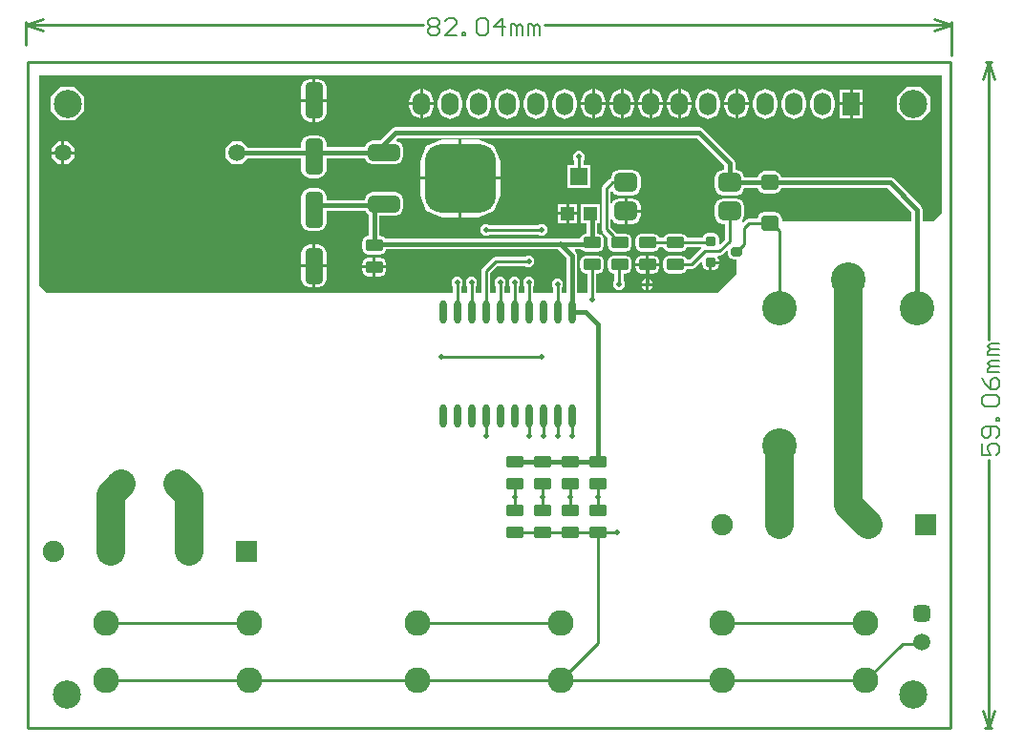
<source format=gtl>
G04*
G04 #@! TF.GenerationSoftware,Altium Limited,Altium Designer,21.3.2 (30)*
G04*
G04 Layer_Physical_Order=1*
G04 Layer_Color=255*
%FSTAX24Y24*%
%MOIN*%
G70*
G04*
G04 #@! TF.SameCoordinates,B3B2999D-E210-4126-8252-5E02B47327B5*
G04*
G04*
G04 #@! TF.FilePolarity,Positive*
G04*
G01*
G75*
%ADD16C,0.0100*%
%ADD21O,0.0236X0.0807*%
G04:AMPARAMS|DCode=22|XSize=63mil|YSize=41.3mil|CornerRadius=10.3mil|HoleSize=0mil|Usage=FLASHONLY|Rotation=0.000|XOffset=0mil|YOffset=0mil|HoleType=Round|Shape=RoundedRectangle|*
%AMROUNDEDRECTD22*
21,1,0.0630,0.0207,0,0,0.0*
21,1,0.0423,0.0413,0,0,0.0*
1,1,0.0207,0.0212,-0.0103*
1,1,0.0207,-0.0212,-0.0103*
1,1,0.0207,-0.0212,0.0103*
1,1,0.0207,0.0212,0.0103*
%
%ADD22ROUNDEDRECTD22*%
G04:AMPARAMS|DCode=23|XSize=240.2mil|YSize=248mil|CornerRadius=60mil|HoleSize=0mil|Usage=FLASHONLY|Rotation=90.000|XOffset=0mil|YOffset=0mil|HoleType=Round|Shape=RoundedRectangle|*
%AMROUNDEDRECTD23*
21,1,0.2402,0.1280,0,0,90.0*
21,1,0.1201,0.2480,0,0,90.0*
1,1,0.1201,0.0640,0.0600*
1,1,0.1201,0.0640,-0.0600*
1,1,0.1201,-0.0640,-0.0600*
1,1,0.1201,-0.0640,0.0600*
%
%ADD23ROUNDEDRECTD23*%
G04:AMPARAMS|DCode=24|XSize=59.1mil|YSize=110.2mil|CornerRadius=14.8mil|HoleSize=0mil|Usage=FLASHONLY|Rotation=90.000|XOffset=0mil|YOffset=0mil|HoleType=Round|Shape=RoundedRectangle|*
%AMROUNDEDRECTD24*
21,1,0.0591,0.0807,0,0,90.0*
21,1,0.0295,0.1102,0,0,90.0*
1,1,0.0295,0.0404,0.0148*
1,1,0.0295,0.0404,-0.0148*
1,1,0.0295,-0.0404,-0.0148*
1,1,0.0295,-0.0404,0.0148*
%
%ADD24ROUNDEDRECTD24*%
G04:AMPARAMS|DCode=25|XSize=78.7mil|YSize=67.3mil|CornerRadius=16.8mil|HoleSize=0mil|Usage=FLASHONLY|Rotation=0.000|XOffset=0mil|YOffset=0mil|HoleType=Round|Shape=RoundedRectangle|*
%AMROUNDEDRECTD25*
21,1,0.0787,0.0337,0,0,0.0*
21,1,0.0451,0.0673,0,0,0.0*
1,1,0.0337,0.0225,-0.0168*
1,1,0.0337,-0.0225,-0.0168*
1,1,0.0337,-0.0225,0.0168*
1,1,0.0337,0.0225,0.0168*
%
%ADD25ROUNDEDRECTD25*%
G04:AMPARAMS|DCode=26|XSize=31.5mil|YSize=39.4mil|CornerRadius=7.9mil|HoleSize=0mil|Usage=FLASHONLY|Rotation=90.000|XOffset=0mil|YOffset=0mil|HoleType=Round|Shape=RoundedRectangle|*
%AMROUNDEDRECTD26*
21,1,0.0315,0.0236,0,0,90.0*
21,1,0.0157,0.0394,0,0,90.0*
1,1,0.0157,0.0118,0.0079*
1,1,0.0157,0.0118,-0.0079*
1,1,0.0157,-0.0118,-0.0079*
1,1,0.0157,-0.0118,0.0079*
%
%ADD26ROUNDEDRECTD26*%
G04:AMPARAMS|DCode=27|XSize=31.5mil|YSize=35.4mil|CornerRadius=7.9mil|HoleSize=0mil|Usage=FLASHONLY|Rotation=90.000|XOffset=0mil|YOffset=0mil|HoleType=Round|Shape=RoundedRectangle|*
%AMROUNDEDRECTD27*
21,1,0.0315,0.0197,0,0,90.0*
21,1,0.0157,0.0354,0,0,90.0*
1,1,0.0157,0.0098,0.0079*
1,1,0.0157,0.0098,-0.0079*
1,1,0.0157,-0.0098,-0.0079*
1,1,0.0157,-0.0098,0.0079*
%
%ADD27ROUNDEDRECTD27*%
G04:AMPARAMS|DCode=28|XSize=55.1mil|YSize=63mil|CornerRadius=13.8mil|HoleSize=0mil|Usage=FLASHONLY|Rotation=90.000|XOffset=0mil|YOffset=0mil|HoleType=Round|Shape=RoundedRectangle|*
%AMROUNDEDRECTD28*
21,1,0.0551,0.0354,0,0,90.0*
21,1,0.0276,0.0630,0,0,90.0*
1,1,0.0276,0.0177,0.0138*
1,1,0.0276,0.0177,-0.0138*
1,1,0.0276,-0.0177,-0.0138*
1,1,0.0276,-0.0177,0.0138*
%
%ADD28ROUNDEDRECTD28*%
%ADD29R,0.0472X0.0472*%
%ADD30R,0.0630X0.0591*%
G04:AMPARAMS|DCode=31|XSize=126mil|YSize=63mil|CornerRadius=15.7mil|HoleSize=0mil|Usage=FLASHONLY|Rotation=270.000|XOffset=0mil|YOffset=0mil|HoleType=Round|Shape=RoundedRectangle|*
%AMROUNDEDRECTD31*
21,1,0.1260,0.0315,0,0,270.0*
21,1,0.0945,0.0630,0,0,270.0*
1,1,0.0315,-0.0157,-0.0472*
1,1,0.0315,-0.0157,0.0472*
1,1,0.0315,0.0157,0.0472*
1,1,0.0315,0.0157,-0.0472*
%
%ADD31ROUNDEDRECTD31*%
%ADD56C,0.0150*%
%ADD57C,0.1000*%
%ADD58C,0.0060*%
%ADD59C,0.0591*%
G04:AMPARAMS|DCode=60|XSize=59.1mil|YSize=59.1mil|CornerRadius=14.8mil|HoleSize=0mil|Usage=FLASHONLY|Rotation=270.000|XOffset=0mil|YOffset=0mil|HoleType=Round|Shape=RoundedRectangle|*
%AMROUNDEDRECTD60*
21,1,0.0591,0.0295,0,0,270.0*
21,1,0.0295,0.0591,0,0,270.0*
1,1,0.0295,-0.0148,-0.0148*
1,1,0.0295,-0.0148,0.0148*
1,1,0.0295,0.0148,0.0148*
1,1,0.0295,0.0148,-0.0148*
%
%ADD60ROUNDEDRECTD60*%
%ADD61C,0.0748*%
%ADD62R,0.0748X0.0748*%
%ADD63R,0.0594X0.0594*%
%ADD64C,0.0594*%
%ADD65C,0.0984*%
%ADD66O,0.0600X0.0800*%
%ADD67R,0.0600X0.0800*%
%ADD68C,0.0900*%
%ADD69C,0.1200*%
%ADD70C,0.0197*%
G36*
X05655Y0383D02*
X05625Y038D01*
X055889D01*
Y0384D01*
X055834Y038534D01*
X054884Y039484D01*
X05475Y039539D01*
X050963D01*
X050909Y03967D01*
X050727Y039745D01*
X050373D01*
X050191Y03967D01*
X050137Y039539D01*
X049668D01*
X049592Y039724D01*
X049386Y039809D01*
X04935D01*
Y040039D01*
X049295Y040173D01*
X048234Y041234D01*
X0481Y041289D01*
X0375D01*
X037366Y041234D01*
X036959Y040826D01*
X036953Y040813D01*
X036694D01*
X036505Y040735D01*
X036444Y040587D01*
X035086D01*
Y040722D01*
X035005Y04092D01*
X034807Y041001D01*
X034493D01*
X034295Y04092D01*
X034214Y040722D01*
Y040577D01*
X032331D01*
X032124Y040784D01*
X031795D01*
X031563Y040552D01*
Y040223D01*
X031795Y039991D01*
X032124D01*
X032331Y040198D01*
X034214D01*
Y039778D01*
X034295Y03958D01*
X034493Y039499D01*
X034807D01*
X035005Y03958D01*
X035086Y039778D01*
Y040208D01*
X036444D01*
X036505Y04006D01*
X036694Y039982D01*
X037502D01*
X037691Y04006D01*
X03777Y04025D01*
Y040545D01*
X037691Y040735D01*
X037537Y040799D01*
X037525Y040858D01*
X037578Y040911D01*
X048022D01*
X048972Y039961D01*
Y039809D01*
X048936D01*
X04873Y039724D01*
X048645Y039518D01*
Y039182D01*
X04873Y038976D01*
X048936Y038891D01*
X049386D01*
X049592Y038976D01*
X049668Y039161D01*
X050137D01*
X050191Y03903D01*
X050373Y038955D01*
X050727D01*
X050909Y03903D01*
X050963Y039161D01*
X054672D01*
X055511Y038322D01*
Y038D01*
X050985D01*
Y03807D01*
X050909Y038252D01*
X050727Y038328D01*
X050373D01*
X050191Y038252D01*
X050126Y038095D01*
X049833D01*
X049718Y038047D01*
X049645Y037975D01*
X049603Y038003D01*
X049677Y038182D01*
Y038518D01*
X049592Y038724D01*
X049386Y038809D01*
X048936D01*
X04873Y038724D01*
X048645Y038518D01*
Y038182D01*
X04873Y037976D01*
X048936Y037891D01*
X048999D01*
Y037378D01*
X04883Y03721D01*
X048788Y037238D01*
Y037387D01*
X048731Y037524D01*
X048595Y03758D01*
X048398D01*
X048261Y037524D01*
X048222Y037429D01*
X04765D01*
X047617Y037509D01*
X047462Y037573D01*
X047038D01*
X046883Y037509D01*
X046843Y037412D01*
X046691D01*
X046651Y037509D01*
X046495Y037573D01*
X046072D01*
X045916Y037509D01*
X045852Y037353D01*
Y037147D01*
X045916Y036991D01*
X046072Y036927D01*
X046495D01*
X046651Y036991D01*
X046691Y037088D01*
X046843D01*
X046883Y036991D01*
X047038Y036927D01*
X047462D01*
X047617Y036991D01*
X047664Y037105D01*
X04816D01*
X048161Y037102D01*
X048175Y037055D01*
X047765Y036645D01*
X047657D01*
X047617Y036741D01*
X047462Y036806D01*
X047038D01*
X046883Y036741D01*
X046818Y036586D01*
Y036379D01*
X046883Y036223D01*
X047038Y036159D01*
X047462D01*
X047617Y036223D01*
X047657Y03632D01*
X047832D01*
X047947Y036367D01*
X048158Y036579D01*
X048204Y036559D01*
Y036481D01*
X048261Y036344D01*
X048398Y036288D01*
X048446D01*
Y03656D01*
X048496D01*
Y03661D01*
X048788D01*
Y036639D01*
X048747Y036738D01*
X048781Y036788D01*
X0488D01*
X048915Y036835D01*
X049044Y036964D01*
X04909Y036945D01*
Y036855D01*
X049147Y036719D01*
X049284Y036662D01*
X0494D01*
Y03615D01*
X04875Y0355D01*
X044512D01*
Y036159D01*
X044562D01*
X044717Y036223D01*
X044782Y036379D01*
Y036586D01*
X044717Y036741D01*
X044562Y036806D01*
X044138D01*
X043983Y036741D01*
X043918Y036586D01*
Y036379D01*
X043983Y036223D01*
X044138Y036159D01*
X044188D01*
Y0355D01*
X043839D01*
Y036809D01*
X043784Y036943D01*
X043753Y036973D01*
X043773Y037019D01*
X043971D01*
X043983Y036991D01*
X044138Y036927D01*
X044562D01*
X044717Y036991D01*
X044782Y037147D01*
Y037353D01*
X044717Y037509D01*
X044562Y037573D01*
X044539D01*
Y037934D01*
X04463D01*
Y038607D01*
X043957D01*
Y037934D01*
X044161D01*
Y037573D01*
X044138D01*
X043983Y037509D01*
X043937Y037398D01*
X043332D01*
X043332Y037398D01*
X043168D01*
X043168Y037398D01*
X037129D01*
X037117Y037427D01*
X036962Y037491D01*
X036939D01*
Y038187D01*
X037502D01*
X037691Y038265D01*
X03777Y038455D01*
Y03875D01*
X037691Y03894D01*
X037502Y039018D01*
X036694D01*
X036505Y03894D01*
X036426Y03875D01*
Y038739D01*
X035086D01*
Y038875D01*
X035005Y039072D01*
X034807Y039153D01*
X034493D01*
X034295Y039072D01*
X034214Y038875D01*
Y03793D01*
X034295Y037733D01*
X034493Y037651D01*
X034807D01*
X035005Y037733D01*
X035086Y03793D01*
Y038361D01*
X036465D01*
X036505Y038265D01*
X036561Y038242D01*
Y037491D01*
X036538D01*
X036383Y037427D01*
X036318Y037271D01*
Y037064D01*
X036383Y036909D01*
X036538Y036844D01*
X036962D01*
X037117Y036909D01*
X037163Y037019D01*
X04315D01*
X043168Y037002D01*
X043189D01*
X043461Y03673D01*
Y0355D01*
X043312D01*
Y035682D01*
X043348Y035718D01*
Y035882D01*
X043232Y035998D01*
X043068D01*
X042952Y035882D01*
Y035718D01*
X042988Y035682D01*
Y0355D01*
X042312D01*
Y035732D01*
X042348Y035768D01*
Y035932D01*
X042232Y036048D01*
X042068D01*
X041952Y035932D01*
Y035768D01*
X041988Y035732D01*
Y0355D01*
X041812D01*
Y035732D01*
X041848Y035768D01*
Y035932D01*
X041732Y036048D01*
X041568D01*
X041452Y035932D01*
Y035768D01*
X041488Y035732D01*
Y0355D01*
X041312D01*
Y035732D01*
X041348Y035768D01*
Y035932D01*
X041232Y036048D01*
X041068D01*
X040952Y035932D01*
Y035768D01*
X040988Y035732D01*
Y0355D01*
X040812D01*
Y036183D01*
X041067Y036438D01*
X042032D01*
X042068Y036402D01*
X042232D01*
X042348Y036518D01*
Y036682D01*
X042232Y036798D01*
X042068D01*
X042032Y036762D01*
X041D01*
X040885Y036715D01*
X040535Y036365D01*
X040488Y03625D01*
Y0355D01*
X040312D01*
Y035732D01*
X040348Y035768D01*
Y035932D01*
X040232Y036048D01*
X040068D01*
X039952Y035932D01*
Y035768D01*
X039988Y035732D01*
Y0355D01*
X039812D01*
Y035732D01*
X039848Y035768D01*
Y035932D01*
X039732Y036048D01*
X039568D01*
X039452Y035932D01*
Y035768D01*
X039488Y035732D01*
Y0355D01*
X0253D01*
X02505Y03575D01*
Y0431D01*
X05655D01*
Y0383D01*
D02*
G37*
%LPC*%
G36*
X034807Y04297D02*
X0347D01*
Y042269D01*
X035086D01*
Y042691D01*
X035005Y042888D01*
X034807Y04297D01*
D02*
G37*
G36*
X0346D02*
X034493D01*
X034295Y042888D01*
X034214Y042691D01*
Y042269D01*
X0346D01*
Y04297D01*
D02*
G37*
G36*
X045462Y042617D02*
Y042155D01*
X045845D01*
Y042205D01*
X045718Y042511D01*
X045462Y042617D01*
D02*
G37*
G36*
X047462D02*
Y042155D01*
X047845D01*
Y042205D01*
X047718Y042511D01*
X047462Y042617D01*
D02*
G37*
G36*
X053812Y042605D02*
X053462D01*
Y042155D01*
X053812D01*
Y042605D01*
D02*
G37*
G36*
X049462Y042617D02*
Y042155D01*
X049845D01*
Y042205D01*
X049718Y042511D01*
X049462Y042617D01*
D02*
G37*
G36*
X044462D02*
Y042155D01*
X044845D01*
Y042205D01*
X044718Y042511D01*
X044462Y042617D01*
D02*
G37*
G36*
X046462D02*
Y042155D01*
X046845D01*
Y042205D01*
X046718Y042511D01*
X046462Y042617D01*
D02*
G37*
G36*
X038462D02*
Y042155D01*
X038845D01*
Y042205D01*
X038718Y042511D01*
X038462Y042617D01*
D02*
G37*
G36*
X053362Y042605D02*
X053012D01*
Y042155D01*
X053362D01*
Y042605D01*
D02*
G37*
G36*
X045362Y042617D02*
X045106Y042511D01*
X044979Y042205D01*
Y042155D01*
X045362D01*
Y042617D01*
D02*
G37*
G36*
X047362D02*
X047106Y042511D01*
X046979Y042205D01*
Y042155D01*
X047362D01*
Y042617D01*
D02*
G37*
G36*
X044362D02*
X044106Y042511D01*
X043979Y042205D01*
Y042155D01*
X044362D01*
Y042617D01*
D02*
G37*
G36*
X049362D02*
X049106Y042511D01*
X048979Y042205D01*
Y042155D01*
X049362D01*
Y042617D01*
D02*
G37*
G36*
X046362D02*
X046106Y042511D01*
X045979Y042205D01*
Y042155D01*
X046362D01*
Y042617D01*
D02*
G37*
G36*
X038362D02*
X038106Y042511D01*
X037979Y042205D01*
Y042155D01*
X038362D01*
Y042617D01*
D02*
G37*
G36*
X053812Y042055D02*
X053462D01*
Y041605D01*
X053812D01*
Y042055D01*
D02*
G37*
G36*
X053362D02*
X053012D01*
Y041605D01*
X053362D01*
Y042055D01*
D02*
G37*
G36*
X049362D02*
X048979D01*
Y042005D01*
X049106Y041699D01*
X049362Y041592D01*
Y042055D01*
D02*
G37*
G36*
X047362D02*
X046979D01*
Y042005D01*
X047106Y041699D01*
X047362Y041592D01*
Y042055D01*
D02*
G37*
G36*
X046362D02*
X045979D01*
Y042005D01*
X046106Y041699D01*
X046362Y041592D01*
Y042055D01*
D02*
G37*
G36*
X045362D02*
X044979D01*
Y042005D01*
X045106Y041699D01*
X045362Y041592D01*
Y042055D01*
D02*
G37*
G36*
X044362D02*
X043979D01*
Y042005D01*
X044106Y041699D01*
X044362Y041592D01*
Y042055D01*
D02*
G37*
G36*
X038362D02*
X037979D01*
Y042005D01*
X038106Y041699D01*
X038362Y041592D01*
Y042055D01*
D02*
G37*
G36*
X049845D02*
X049462D01*
Y041592D01*
X049718Y041699D01*
X049845Y042005D01*
Y042055D01*
D02*
G37*
G36*
X047845D02*
X047462D01*
Y041592D01*
X047718Y041699D01*
X047845Y042005D01*
Y042055D01*
D02*
G37*
G36*
X046845D02*
X046462D01*
Y041592D01*
X046718Y041699D01*
X046845Y042005D01*
Y042055D01*
D02*
G37*
G36*
X045845D02*
X045462D01*
Y041592D01*
X045718Y041699D01*
X045845Y042005D01*
Y042055D01*
D02*
G37*
G36*
X044845D02*
X044462D01*
Y041592D01*
X044718Y041699D01*
X044845Y042005D01*
Y042055D01*
D02*
G37*
G36*
X038845D02*
X038462D01*
Y041592D01*
X038718Y041699D01*
X038845Y042005D01*
Y042055D01*
D02*
G37*
G36*
X052412Y042638D02*
X052106Y042511D01*
X051979Y042205D01*
Y042005D01*
X052106Y041699D01*
X052412Y041572D01*
X052718Y041699D01*
X052845Y042005D01*
Y042205D01*
X052718Y042511D01*
X052412Y042638D01*
D02*
G37*
G36*
X051412D02*
X051106Y042511D01*
X050979Y042205D01*
Y042005D01*
X051106Y041699D01*
X051412Y041572D01*
X051718Y041699D01*
X051845Y042005D01*
Y042205D01*
X051718Y042511D01*
X051412Y042638D01*
D02*
G37*
G36*
X050412D02*
X050106Y042511D01*
X049979Y042205D01*
Y042005D01*
X050106Y041699D01*
X050412Y041572D01*
X050718Y041699D01*
X050845Y042005D01*
Y042205D01*
X050718Y042511D01*
X050412Y042638D01*
D02*
G37*
G36*
X048412D02*
X048106Y042511D01*
X047979Y042205D01*
Y042005D01*
X048106Y041699D01*
X048412Y041572D01*
X048718Y041699D01*
X048845Y042005D01*
Y042205D01*
X048718Y042511D01*
X048412Y042638D01*
D02*
G37*
G36*
X043412D02*
X043106Y042511D01*
X042979Y042205D01*
Y042005D01*
X043106Y041699D01*
X043412Y041572D01*
X043718Y041699D01*
X043845Y042005D01*
Y042205D01*
X043718Y042511D01*
X043412Y042638D01*
D02*
G37*
G36*
X042412D02*
X042106Y042511D01*
X041979Y042205D01*
Y042005D01*
X042106Y041699D01*
X042412Y041572D01*
X042718Y041699D01*
X042845Y042005D01*
Y042205D01*
X042718Y042511D01*
X042412Y042638D01*
D02*
G37*
G36*
X041412D02*
X041106Y042511D01*
X040979Y042205D01*
Y042005D01*
X041106Y041699D01*
X041412Y041572D01*
X041718Y041699D01*
X041845Y042005D01*
Y042205D01*
X041718Y042511D01*
X041412Y042638D01*
D02*
G37*
G36*
X040412D02*
X040106Y042511D01*
X039979Y042205D01*
Y042005D01*
X040106Y041699D01*
X040412Y041572D01*
X040718Y041699D01*
X040845Y042005D01*
Y042205D01*
X040718Y042511D01*
X040412Y042638D01*
D02*
G37*
G36*
X039412D02*
X039106Y042511D01*
X038979Y042205D01*
Y042005D01*
X039106Y041699D01*
X039412Y041572D01*
X039718Y041699D01*
X039845Y042005D01*
Y042205D01*
X039718Y042511D01*
X039412Y042638D01*
D02*
G37*
G36*
X055823Y042697D02*
X055332D01*
X054985Y04235D01*
Y041859D01*
X055332Y041513D01*
X055823D01*
X05617Y041859D01*
Y04235D01*
X055823Y042697D01*
D02*
G37*
G36*
X026295D02*
X025805D01*
X025458Y04235D01*
Y041859D01*
X025805Y041513D01*
X026295D01*
X026642Y041859D01*
Y04235D01*
X026295Y042697D01*
D02*
G37*
G36*
X035086Y042168D02*
X0347D01*
Y041467D01*
X034807D01*
X035005Y041549D01*
X035086Y041746D01*
Y042168D01*
D02*
G37*
G36*
X0346D02*
X034214D01*
Y041746D01*
X034295Y041549D01*
X034493Y041467D01*
X0346D01*
Y042168D01*
D02*
G37*
G36*
X026061Y040784D02*
X025946D01*
Y040437D01*
X026293D01*
Y040552D01*
X026061Y040784D01*
D02*
G37*
G36*
X025846D02*
X025732D01*
X0255Y040552D01*
Y040437D01*
X025846D01*
Y040784D01*
D02*
G37*
G36*
X026293Y040337D02*
X025946D01*
Y039991D01*
X026061D01*
X026293Y040223D01*
Y040337D01*
D02*
G37*
G36*
X025846D02*
X0255D01*
Y040223D01*
X025732Y039991D01*
X025846D01*
Y040337D01*
D02*
G37*
G36*
X040395Y040858D02*
X039806D01*
Y03955D01*
X041153D01*
Y0401D01*
X040931Y040636D01*
X040395Y040858D01*
D02*
G37*
G36*
X039706D02*
X039116D01*
X03858Y040636D01*
X038358Y0401D01*
Y03955D01*
X039706D01*
Y040858D01*
D02*
G37*
G36*
X043982Y040448D02*
X043818D01*
X043702Y040332D01*
Y040168D01*
X043738Y040132D01*
Y039945D01*
X043485D01*
Y039155D01*
X044315D01*
Y039945D01*
X044062D01*
Y040132D01*
X044098Y040168D01*
Y040332D01*
X043982Y040448D01*
D02*
G37*
G36*
X045764Y039809D02*
X045314D01*
X045108Y039724D01*
X045023Y039518D01*
Y039498D01*
X044944Y039465D01*
X044735Y039256D01*
X044688Y039141D01*
Y037717D01*
X044735Y037602D01*
X044914Y037423D01*
X044885Y037353D01*
Y037147D01*
X044949Y036991D01*
X045105Y036927D01*
X045528D01*
X045684Y036991D01*
X045748Y037147D01*
Y037353D01*
X045684Y037509D01*
X045528Y037573D01*
X045209D01*
X045199Y037597D01*
X045012Y037784D01*
Y038077D01*
X045062Y038087D01*
X045108Y037976D01*
X045314Y037891D01*
X045489D01*
Y03835D01*
Y038809D01*
X045314D01*
X045108Y038724D01*
X045062Y038613D01*
X045012Y038623D01*
Y039032D01*
X045026Y039043D01*
X045087Y039028D01*
X045108Y038976D01*
X045314Y038891D01*
X045764D01*
X04597Y038976D01*
X046055Y039182D01*
Y039518D01*
X04597Y039724D01*
X045764Y039809D01*
D02*
G37*
G36*
Y038809D02*
X045589D01*
Y0384D01*
X046055D01*
Y038518D01*
X04597Y038724D01*
X045764Y038809D01*
D02*
G37*
G36*
X043843Y038607D02*
X043556D01*
Y03832D01*
X043843D01*
Y038607D01*
D02*
G37*
G36*
X043456D02*
X04317D01*
Y03832D01*
X043456D01*
Y038607D01*
D02*
G37*
G36*
X041153Y03945D02*
X039806D01*
Y038142D01*
X040395D01*
X040931Y038364D01*
X041153Y0389D01*
Y03945D01*
D02*
G37*
G36*
X039706D02*
X038358D01*
Y0389D01*
X03858Y038364D01*
X039116Y038142D01*
X039706D01*
Y03945D01*
D02*
G37*
G36*
X043843Y03822D02*
X043556D01*
Y037934D01*
X043843D01*
Y03822D01*
D02*
G37*
G36*
X043456D02*
X04317D01*
Y037934D01*
X043456D01*
Y03822D01*
D02*
G37*
G36*
X046055Y0383D02*
X045589D01*
Y037891D01*
X045764D01*
X04597Y037976D01*
X046055Y038182D01*
Y0383D01*
D02*
G37*
G36*
X042682Y037898D02*
X042518D01*
X042482Y037862D01*
X040768D01*
X040732Y037898D01*
X040568D01*
X040452Y037782D01*
Y037618D01*
X040568Y037502D01*
X040732D01*
X040768Y037538D01*
X042482D01*
X042518Y037502D01*
X042682D01*
X042798Y037618D01*
Y037782D01*
X042682Y037898D01*
D02*
G37*
G36*
X046495Y036806D02*
X046333D01*
Y036532D01*
X046715D01*
Y036586D01*
X046651Y036741D01*
X046495Y036806D01*
D02*
G37*
G36*
X046233D02*
X046072D01*
X045916Y036741D01*
X045852Y036586D01*
Y036532D01*
X046233D01*
Y036806D01*
D02*
G37*
G36*
X034807Y037185D02*
X0347D01*
Y036484D01*
X035086D01*
Y036906D01*
X035005Y037103D01*
X034807Y037185D01*
D02*
G37*
G36*
X0346D02*
X034493D01*
X034295Y037103D01*
X034214Y036906D01*
Y036484D01*
X0346D01*
Y037185D01*
D02*
G37*
G36*
X036962Y036723D02*
X0368D01*
Y03645D01*
X037182D01*
Y036503D01*
X037117Y036659D01*
X036962Y036723D01*
D02*
G37*
G36*
X0367D02*
X036538D01*
X036383Y036659D01*
X036318Y036503D01*
Y03645D01*
X0367D01*
Y036723D01*
D02*
G37*
G36*
X048788Y03651D02*
X048546D01*
Y036288D01*
X048595D01*
X048731Y036344D01*
X048788Y036481D01*
Y03651D01*
D02*
G37*
G36*
X046715Y036432D02*
X046333D01*
Y036159D01*
X046495D01*
X046651Y036223D01*
X046715Y036379D01*
Y036432D01*
D02*
G37*
G36*
X046233D02*
X045852D01*
Y036379D01*
X045916Y036223D01*
X046072Y036159D01*
X046233D01*
Y036432D01*
D02*
G37*
G36*
X037182Y03635D02*
X0368D01*
Y036077D01*
X036962D01*
X037117Y036141D01*
X037182Y036297D01*
Y03635D01*
D02*
G37*
G36*
X0367D02*
X036318D01*
Y036297D01*
X036383Y036141D01*
X036538Y036077D01*
X0367D01*
Y03635D01*
D02*
G37*
G36*
X046366Y035982D02*
X046333D01*
Y035833D01*
X046482D01*
Y035866D01*
X046366Y035982D01*
D02*
G37*
G36*
X046233D02*
X046201D01*
X046085Y035866D01*
Y035833D01*
X046233D01*
Y035982D01*
D02*
G37*
G36*
X035086Y036384D02*
X0347D01*
Y035683D01*
X034807D01*
X035005Y035764D01*
X035086Y035961D01*
Y036384D01*
D02*
G37*
G36*
X0346D02*
X034214D01*
Y035961D01*
X034295Y035764D01*
X034493Y035683D01*
X0346D01*
Y036384D01*
D02*
G37*
G36*
X045528Y036806D02*
X045105D01*
X044949Y036741D01*
X044885Y036586D01*
Y036379D01*
X044949Y036223D01*
X045105Y036159D01*
X045138D01*
Y035918D01*
X045102Y035882D01*
Y035718D01*
X045218Y035602D01*
X045382D01*
X045498Y035718D01*
Y035882D01*
X045462Y035918D01*
Y036159D01*
X045528D01*
X045684Y036223D01*
X045748Y036379D01*
Y036586D01*
X045684Y036741D01*
X045528Y036806D01*
D02*
G37*
G36*
X046482Y035733D02*
X046333D01*
Y035585D01*
X046366D01*
X046482Y035701D01*
Y035733D01*
D02*
G37*
G36*
X046233D02*
X046085D01*
Y035701D01*
X046201Y035585D01*
X046233D01*
Y035733D01*
D02*
G37*
%LPD*%
D16*
X02465Y0203D02*
X05685D01*
X02465Y04355D02*
X05685D01*
Y0203D02*
Y04355D01*
X02465Y0203D02*
Y04355D01*
X0489Y02195D02*
X0539D01*
X043263D02*
X0489D01*
X038263D02*
X043263D01*
X0324D02*
X038263D01*
X0274D02*
X0324D01*
X055188Y023238D02*
X055788D01*
X0539Y02195D02*
X055188Y023238D01*
X055788D02*
X05585Y0233D01*
X046283Y035783D02*
Y036482D01*
X044567Y027116D02*
X045216D01*
X04165Y027884D02*
Y02835D01*
Y028816D01*
X04215Y0305D02*
Y0312D01*
X04265Y0305D02*
Y0312D01*
X04065Y0305D02*
Y0312D01*
X0391Y03325D02*
X0426D01*
X04365Y0305D02*
Y0312D01*
X04485Y037717D02*
Y039141D01*
X045059Y03935D02*
X045539D01*
X04485Y039141D02*
X045059Y03935D01*
X043263Y02195D02*
X044567Y023254D01*
Y027116D01*
X04065Y0377D02*
X0426D01*
X04215Y034822D02*
Y03585D01*
X04315Y034822D02*
Y0358D01*
X04165Y034822D02*
Y03585D01*
X041Y0366D02*
X04215D01*
X04315Y0305D02*
Y0312D01*
X0439Y03955D02*
Y04025D01*
X04065Y03625D02*
X041Y0366D01*
X04065Y034822D02*
Y03625D01*
X04115Y034822D02*
Y03585D01*
X03965Y034822D02*
Y03585D01*
X0453Y0358D02*
Y036466D01*
X04435Y03525D02*
Y036482D01*
X0453Y036466D02*
X045317Y036482D01*
X050616Y037933D02*
X0509Y037648D01*
X049833Y037933D02*
X050616D01*
X0509Y03495D02*
Y037648D01*
X04015Y034822D02*
Y03585D01*
X047832Y036482D02*
X0483Y03695D01*
X04725Y036482D02*
X047832D01*
X0483Y03695D02*
X0488D01*
X04965Y03775D02*
X049833Y037933D01*
X04965Y037182D02*
Y03775D01*
X049524Y037032D02*
X049531Y037039D01*
Y037063D01*
X0495Y037032D02*
X049524D01*
X049531Y037063D02*
X04965Y037182D01*
X0488Y03695D02*
X049161Y037311D01*
Y03835D01*
X049402Y036934D02*
X0495Y037032D01*
X048455Y037267D02*
X048496Y037308D01*
X047267Y037267D02*
X048455D01*
X04725Y03725D02*
X047267Y037267D01*
X046283Y03725D02*
X04725D01*
X045085Y037403D02*
X045237Y03725D01*
X04485Y037717D02*
X045085Y037482D01*
X045237Y03725D02*
X045317D01*
X045085Y037403D02*
Y037482D01*
X044567Y02835D02*
Y028816D01*
Y027884D02*
Y02835D01*
X043594D02*
Y028816D01*
Y027884D02*
Y02835D01*
X042619D02*
Y028813D01*
Y027887D02*
Y02835D01*
Y028813D02*
X042622Y028816D01*
X042617Y027884D02*
X042619Y027887D01*
X043594Y027116D02*
X044567D01*
X042617D02*
X043594D01*
X04165D02*
X042617D01*
X038263Y02395D02*
X043263D01*
X0489D02*
X0539D01*
X0274D02*
X0324D01*
X0582Y04355D02*
X0584Y04295D01*
X058D02*
X0582Y04355D01*
X058Y0209D02*
X0582Y0203D01*
X0584Y0209D01*
X0582Y033874D02*
Y04355D01*
Y0203D02*
Y029656D01*
X0581Y04355D02*
X0583D01*
X05805Y0203D02*
X0583D01*
X0246Y04485D02*
X0252Y04505D01*
X0246Y04485D02*
X0252Y04465D01*
X0563D02*
X0569Y04485D01*
X0563Y04505D02*
X0569Y04485D01*
X0246D02*
X038481D01*
X042699D02*
X0569D01*
X0246Y04415D02*
Y04495D01*
X0569Y0438D02*
Y04495D01*
D21*
X03915Y0312D02*
D03*
X03965D02*
D03*
X04015D02*
D03*
X04065D02*
D03*
X04115D02*
D03*
X04165D02*
D03*
X04215D02*
D03*
X04265D02*
D03*
X04315D02*
D03*
X04365D02*
D03*
X03915Y034822D02*
D03*
X03965D02*
D03*
X04015D02*
D03*
X04065D02*
D03*
X04115D02*
D03*
X04165D02*
D03*
X04215D02*
D03*
X04265D02*
D03*
X04315D02*
D03*
X04365D02*
D03*
D22*
X042617Y027116D02*
D03*
Y027884D02*
D03*
X044567Y027116D02*
D03*
Y027884D02*
D03*
X043594Y027116D02*
D03*
Y027884D02*
D03*
X042622Y029584D02*
D03*
Y028816D02*
D03*
X044567Y029584D02*
D03*
Y028816D02*
D03*
X043594Y029584D02*
D03*
Y028816D02*
D03*
X04165Y029584D02*
D03*
Y028816D02*
D03*
X045317Y03725D02*
D03*
Y036482D02*
D03*
X046283D02*
D03*
Y03725D02*
D03*
X04725Y036482D02*
D03*
Y03725D02*
D03*
X04435Y036482D02*
D03*
Y03725D02*
D03*
X04165Y027116D02*
D03*
Y027884D02*
D03*
X03675Y0364D02*
D03*
Y037168D02*
D03*
D23*
X039756Y0395D02*
D03*
D24*
X037098Y038602D02*
D03*
Y040398D02*
D03*
D25*
X049161Y03835D02*
D03*
Y03935D02*
D03*
X045539Y03835D02*
D03*
Y03935D02*
D03*
D26*
X049402Y036934D02*
D03*
D27*
X048496Y037308D02*
D03*
Y03656D02*
D03*
D28*
X05055Y037933D02*
D03*
Y03935D02*
D03*
D29*
X043506Y03827D02*
D03*
X044294D02*
D03*
D30*
X0439Y03955D02*
D03*
D31*
X03465Y038402D02*
D03*
Y036434D02*
D03*
Y04025D02*
D03*
Y042218D02*
D03*
D56*
X036791Y037209D02*
X044209D01*
X043254Y037204D02*
X04365Y036809D01*
X049161Y03935D02*
Y040039D01*
X05055Y03935D02*
X05475D01*
X0481Y0411D02*
X049161Y040039D01*
X049104Y03935D02*
X05055D01*
X0375Y0411D02*
X0481D01*
X037093Y040693D02*
X0375Y0411D01*
X037093Y040398D02*
Y040693D01*
Y040398D02*
X037098D01*
X034523D02*
X037093D01*
X034513Y040387D02*
X034523Y040398D01*
X036965Y038602D02*
X037098D01*
X03675Y038388D02*
X036965Y038602D01*
X03675Y037168D02*
Y038388D01*
X044209Y037209D02*
X04435Y03735D01*
X034798Y03855D02*
X037046D01*
X03465Y038402D02*
X034798Y03855D01*
X037046D02*
X037098Y038602D01*
X03675Y037168D02*
X036791Y037209D01*
X0557Y03495D02*
Y0384D01*
X05475Y03935D02*
X0557Y0384D01*
X044567Y029584D02*
Y034383D01*
X044128Y034822D02*
X044567Y034383D01*
X04365Y034822D02*
X044128D01*
X04365D02*
Y036809D01*
X04435Y03735D02*
Y038214D01*
X044294Y03827D02*
X04435Y038214D01*
X043594Y029584D02*
X044567D01*
X042622D02*
X043594D01*
X04165D02*
X042622D01*
X031959Y040387D02*
X034513D01*
D57*
X0533Y0281D02*
X054Y0274D01*
X0533Y0281D02*
Y03595D01*
X0509Y0274D02*
Y03015D01*
X029912Y028813D02*
X0303Y028425D01*
Y02645D02*
Y028425D01*
X02755Y02645D02*
Y028419D01*
X027944Y028813D01*
D58*
X05796Y030215D02*
Y029816D01*
X05826D01*
X05816Y030016D01*
Y030116D01*
X05826Y030215D01*
X05846D01*
X05856Y030116D01*
Y029916D01*
X05846Y029816D01*
Y030415D02*
X05856Y030515D01*
Y030715D01*
X05846Y030815D01*
X05806D01*
X05796Y030715D01*
Y030515D01*
X05806Y030415D01*
X05816D01*
X05826Y030515D01*
Y030815D01*
X05856Y031015D02*
X05846D01*
Y031115D01*
X05856D01*
Y031015D01*
X05806Y031515D02*
X05796Y031615D01*
Y031815D01*
X05806Y031915D01*
X05846D01*
X05856Y031815D01*
Y031615D01*
X05846Y031515D01*
X05806D01*
X05796Y032515D02*
X05806Y032315D01*
X05826Y032115D01*
X05846D01*
X05856Y032215D01*
Y032415D01*
X05846Y032515D01*
X05836D01*
X05826Y032415D01*
Y032115D01*
X05856Y032715D02*
X05816D01*
Y032815D01*
X05826Y032915D01*
X05856D01*
X05826D01*
X05816Y033015D01*
X05826Y033115D01*
X05856D01*
Y033314D02*
X05816D01*
Y033414D01*
X05826Y033514D01*
X05856D01*
X05826D01*
X05816Y033614D01*
X05826Y033714D01*
X05856D01*
X038641Y04499D02*
X038741Y04509D01*
X038941D01*
X039041Y04499D01*
Y04489D01*
X038941Y04479D01*
X039041Y04469D01*
Y04459D01*
X038941Y04449D01*
X038741D01*
X038641Y04459D01*
Y04469D01*
X038741Y04479D01*
X038641Y04489D01*
Y04499D01*
X038741Y04479D02*
X038941D01*
X03964Y04449D02*
X03924D01*
X03964Y04489D01*
Y04499D01*
X03954Y04509D01*
X03934D01*
X03924Y04499D01*
X03984Y04449D02*
Y04459D01*
X03994D01*
Y04449D01*
X03984D01*
X04034Y04499D02*
X04044Y04509D01*
X04064D01*
X04074Y04499D01*
Y04459D01*
X04064Y04449D01*
X04044D01*
X04034Y04459D01*
Y04499D01*
X04124Y04449D02*
Y04509D01*
X04094Y04479D01*
X04134D01*
X04154Y04449D02*
Y04489D01*
X04164D01*
X04174Y04479D01*
Y04449D01*
Y04479D01*
X04184Y04489D01*
X04194Y04479D01*
Y04449D01*
X04214D02*
Y04489D01*
X042239D01*
X042339Y04479D01*
Y04449D01*
Y04479D01*
X042439Y04489D01*
X042539Y04479D01*
Y04449D01*
D59*
X05585Y0233D02*
D03*
D60*
Y0243D02*
D03*
D61*
X02555Y02645D02*
D03*
X0303D02*
D03*
X054Y0274D02*
D03*
X0489D02*
D03*
D62*
X02755Y02645D02*
D03*
X0323D02*
D03*
X056Y0274D02*
D03*
X0509D02*
D03*
D63*
X027944Y028813D02*
D03*
D64*
X029912D02*
D03*
X025896Y040387D02*
D03*
X031959D02*
D03*
D65*
X055578Y042105D02*
D03*
X02605D02*
D03*
X055554Y02145D02*
D03*
X026026D02*
D03*
D66*
X038412Y042105D02*
D03*
X039412D02*
D03*
X040412D02*
D03*
X041412D02*
D03*
X042412D02*
D03*
X043412D02*
D03*
X044412D02*
D03*
X045412D02*
D03*
X046412D02*
D03*
X047412D02*
D03*
X048412D02*
D03*
X049412D02*
D03*
X050412D02*
D03*
X051412D02*
D03*
X052412D02*
D03*
D67*
X053412D02*
D03*
D68*
X038263Y02195D02*
D03*
X0489D02*
D03*
X0324D02*
D03*
X043263D02*
D03*
X0539D02*
D03*
X0274D02*
D03*
X0324Y02395D02*
D03*
X0274D02*
D03*
X043263D02*
D03*
X038263D02*
D03*
X0539D02*
D03*
X0489D02*
D03*
D69*
X0557Y03495D02*
D03*
X0509Y03015D02*
D03*
X0533Y03595D02*
D03*
X0509Y03495D02*
D03*
D70*
X046283Y035783D02*
D03*
X045216Y027116D02*
D03*
X04165Y02835D02*
D03*
X04065Y0305D02*
D03*
X04215D02*
D03*
X04265D02*
D03*
X0426Y03325D02*
D03*
X04365Y0305D02*
D03*
X0391Y03325D02*
D03*
X04325Y0372D02*
D03*
X0426Y0377D02*
D03*
X04065D02*
D03*
X04215Y03585D02*
D03*
X04315Y0358D02*
D03*
X04165Y03585D02*
D03*
X04215Y0366D02*
D03*
X04315Y0305D02*
D03*
X0439Y04025D02*
D03*
X04115Y03585D02*
D03*
X03965D02*
D03*
X0453Y0358D02*
D03*
X04435Y03525D02*
D03*
X04015Y03585D02*
D03*
X044567Y02835D02*
D03*
X043594D02*
D03*
X042619D02*
D03*
M02*

</source>
